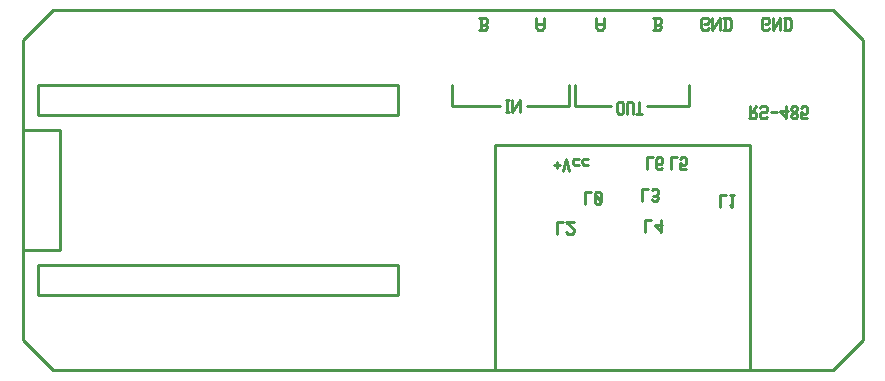
<source format=gbo>
G04 start of page 9 for group -4078 idx -4078 *
G04 Title: (unknown), bottomsilk *
G04 Creator: pcb v4.3.0-g9dea9f5a *
G04 CreationDate: Fri Oct 27 19:37:28 2023 UTC *
G04 For: steve *
G04 Format: Gerber/RS-274X *
G04 PCB-Dimensions (mil): 3200.00 1400.00 *
G04 PCB-Coordinate-Origin: lower left *
%MOIN*%
%FSLAX25Y25*%
%LNGBO*%
%ADD63C,0.0100*%
G54D63*X40000Y22500D02*Y110000D01*
Y100000D01*
Y20000D02*Y27500D01*
Y105000D02*Y120000D01*
X50000Y130000D01*
X40000Y25000D02*Y20000D01*
X320000Y110000D02*Y20000D01*
X310000Y10000D01*
X312500Y12500D01*
X310000Y130000D02*X320000Y120000D01*
Y105000D01*
X50000Y130000D02*X72500D01*
X70000D02*X82500D01*
X310000D01*
X40000Y20000D02*X50000Y10000D01*
X72500D01*
X67500D02*X82500D01*
X310000D01*
X197500Y85000D02*X282500D01*
Y10000D01*
X197500Y85000D02*Y10000D01*
X165000Y45000D02*Y35000D01*
Y105000D02*Y95000D01*
X199000Y98000D02*X183000D01*
Y105000D01*
X208000Y98000D02*X222000D01*
X224000D02*X236000D01*
X248000D02*X262000D01*
X222000D02*Y105000D01*
X224000D02*Y98000D01*
X262000D02*Y105000D01*
X45000D02*X165000D01*
X45000Y95000D02*Y105000D01*
X40000Y90000D02*X52500D01*
X165000Y95000D02*X45000D01*
Y45000D02*X165000D01*
X45000D02*X50000D01*
X165000Y35000D02*X45000D01*
Y45000D01*
X52500Y90000D02*Y50000D01*
X40000D01*
X268185Y123500D02*X268685Y124000D01*
X266685Y123500D02*X268185D01*
X266185Y124000D02*X266685Y123500D01*
X266185Y124000D02*Y127000D01*
X266685Y127500D01*
X268185D01*
X268685Y127000D01*
Y126000D02*Y127000D01*
X268185Y125500D02*X268685Y126000D01*
X267185Y125500D02*X268185D01*
X269885Y123500D02*Y127500D01*
Y123500D02*X272385Y127500D01*
Y123500D02*Y127500D01*
X274085Y123500D02*Y127500D01*
X275385Y123500D02*X276085Y124200D01*
Y126800D01*
X275385Y127500D02*X276085Y126800D01*
X273585Y127500D02*X275385D01*
X273585Y123500D02*X275385D01*
X288339Y123498D02*X288839Y123998D01*
X286839Y123498D02*X288339D01*
X286339Y123998D02*X286839Y123498D01*
X286339Y123998D02*Y126998D01*
X286839Y127498D01*
X288339D01*
X288839Y126998D01*
Y125998D02*Y126998D01*
X288339Y125498D02*X288839Y125998D01*
X287339Y125498D02*X288339D01*
X290039Y123498D02*Y127498D01*
Y123498D02*X292539Y127498D01*
Y123498D02*Y127498D01*
X294239Y123498D02*Y127498D01*
X295539Y123498D02*X296239Y124198D01*
Y126798D01*
X295539Y127498D02*X296239Y126798D01*
X293739Y127498D02*X295539D01*
X293739Y123498D02*X295539D01*
X282000Y94000D02*X284000D01*
X284500Y94500D01*
Y95500D01*
X284000Y96000D02*X284500Y95500D01*
X282500Y96000D02*X284000D01*
X282500Y94000D02*Y98000D01*
X283300Y96000D02*X284500Y98000D01*
X287700Y94000D02*X288200Y94500D01*
X286200Y94000D02*X287700D01*
X285700Y94500D02*X286200Y94000D01*
X285700Y94500D02*Y95500D01*
X286200Y96000D01*
X287700D01*
X288200Y96500D01*
Y97500D01*
X287700Y98000D02*X288200Y97500D01*
X286200Y98000D02*X287700D01*
X285700Y97500D02*X286200Y98000D01*
X289400Y96000D02*X291400D01*
X292600Y96500D02*X294600Y94000D01*
X292600Y96500D02*X295100D01*
X294600Y94000D02*Y98000D01*
X296300Y97500D02*X296800Y98000D01*
X296300Y96700D02*Y97500D01*
Y96700D02*X297000Y96000D01*
X297600D01*
X298300Y96700D01*
Y97500D01*
X297800Y98000D02*X298300Y97500D01*
X296800Y98000D02*X297800D01*
X296300Y95300D02*X297000Y96000D01*
X296300Y94500D02*Y95300D01*
Y94500D02*X296800Y94000D01*
X297800D01*
X298300Y94500D01*
Y95300D01*
X297600Y96000D02*X298300Y95300D01*
X299500Y94000D02*X301500D01*
X299500D02*Y96000D01*
X300000Y95500D01*
X301000D01*
X301500Y96000D01*
Y97500D01*
X301000Y98000D02*X301500Y97500D01*
X300000Y98000D02*X301000D01*
X299500Y97500D02*X300000Y98000D01*
X211185Y124500D02*Y127500D01*
Y124500D02*X211885Y123500D01*
X212985D01*
X213685Y124500D01*
Y127500D01*
X211185Y125500D02*X213685D01*
X192185Y127500D02*X194185D01*
X194685Y127000D01*
Y125800D02*Y127000D01*
X194185Y125300D02*X194685Y125800D01*
X192685Y125300D02*X194185D01*
X192685Y123500D02*Y127500D01*
X192185Y123500D02*X194185D01*
X194685Y124000D01*
Y124800D01*
X194185Y125300D02*X194685Y124800D01*
X250185Y127500D02*X252185D01*
X252685Y127000D01*
Y125800D02*Y127000D01*
X252185Y125300D02*X252685Y125800D01*
X250685Y125300D02*X252185D01*
X250685Y123500D02*Y127500D01*
X250185Y123500D02*X252185D01*
X252685Y124000D01*
Y124800D01*
X252185Y125300D02*X252685Y124800D01*
X231185Y124500D02*Y127500D01*
Y124500D02*X231885Y123500D01*
X232985D01*
X233685Y124500D01*
Y127500D01*
X231185Y125500D02*X233685D01*
X201000Y96000D02*X202000D01*
X201500D02*Y100000D01*
X201000D02*X202000D01*
X203200Y96000D02*Y100000D01*
Y96000D02*X205700Y100000D01*
Y96000D02*Y100000D01*
X238185Y96000D02*Y99000D01*
Y96000D02*X238685Y95500D01*
X239685D01*
X240185Y96000D01*
Y99000D01*
X239685Y99500D02*X240185Y99000D01*
X238685Y99500D02*X239685D01*
X238185Y99000D02*X238685Y99500D01*
X241385Y95500D02*Y99000D01*
X241885Y99500D01*
X242885D01*
X243385Y99000D01*
Y95500D02*Y99000D01*
X244585Y95500D02*X246585D01*
X245585D02*Y99500D01*
X217000Y78500D02*X219000D01*
X218000Y77500D02*Y79500D01*
X220200Y76500D02*X221200Y80500D01*
X222200Y76500D01*
X223900Y78500D02*X225400D01*
X223400Y79000D02*X223900Y78500D01*
X223400Y79000D02*Y80000D01*
X223900Y80500D01*
X225400D01*
X227100Y78500D02*X228600D01*
X226600Y79000D02*X227100Y78500D01*
X226600Y79000D02*Y80000D01*
X227100Y80500D01*
X228600D01*
X248000Y77000D02*Y81000D01*
X250000D01*
X252700Y77000D02*X253200Y77500D01*
X251700Y77000D02*X252700D01*
X251200Y77500D02*X251700Y77000D01*
X251200Y77500D02*Y80500D01*
X251700Y81000D01*
X252700Y78800D02*X253200Y79300D01*
X251200Y78800D02*X252700D01*
X251700Y81000D02*X252700D01*
X253200Y80500D01*
Y79300D02*Y80500D01*
X256000Y77000D02*Y81000D01*
X258000D01*
X259200Y77000D02*X261200D01*
X259200D02*Y79000D01*
X259700Y78500D01*
X260700D01*
X261200Y79000D01*
Y80500D01*
X260700Y81000D02*X261200Y80500D01*
X259700Y81000D02*X260700D01*
X259200Y80500D02*X259700Y81000D01*
X227500Y65500D02*Y69500D01*
X229500D01*
X230700Y69000D02*X231200Y69500D01*
X230700Y66000D02*Y69000D01*
Y66000D02*X231200Y65500D01*
X232200D01*
X232700Y66000D01*
Y69000D01*
X232200Y69500D02*X232700Y69000D01*
X231200Y69500D02*X232200D01*
X230700Y68500D02*X232700Y66500D01*
X218000Y55500D02*Y59500D01*
X220000D01*
X221200Y56000D02*X221700Y55500D01*
X223200D01*
X223700Y56000D01*
Y57000D01*
X221200Y59500D02*X223700Y57000D01*
X221200Y59500D02*X223700D01*
X247500Y56000D02*Y60000D01*
X249500D01*
X250700Y58500D02*X252700Y56000D01*
X250700Y58500D02*X253200D01*
X252700Y56000D02*Y60000D01*
X246500Y66500D02*Y70500D01*
X248500D01*
X249700Y67000D02*X250200Y66500D01*
X251200D01*
X251700Y67000D01*
X251200Y70500D02*X251700Y70000D01*
X250200Y70500D02*X251200D01*
X249700Y70000D02*X250200Y70500D01*
Y68300D02*X251200D01*
X251700Y67000D02*Y67800D01*
Y68800D02*Y70000D01*
Y68800D02*X251200Y68300D01*
X251700Y67800D02*X251200Y68300D01*
X272500Y64500D02*Y68500D01*
X274500D01*
X275700Y65300D02*X276500Y64500D01*
Y68500D01*
X275700D02*X277200D01*
M02*

</source>
